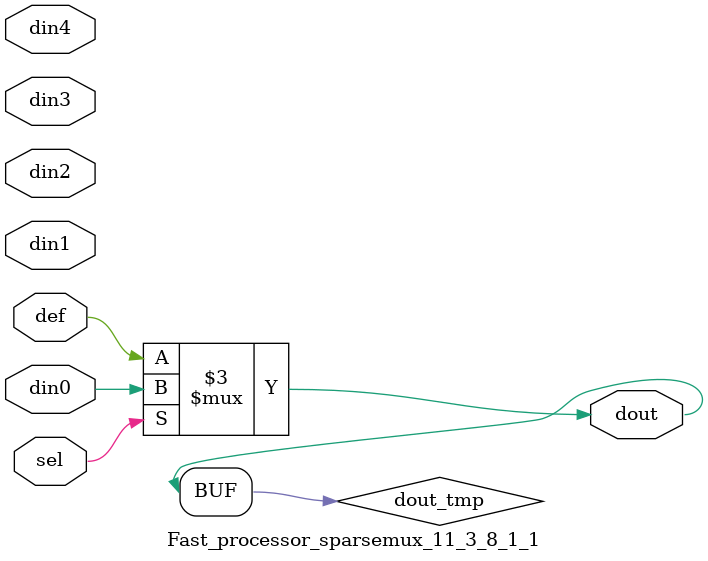
<source format=v>
`timescale 1ns / 1ps

module Fast_processor_sparsemux_11_3_8_1_1 (din0,din1,din2,din3,din4,def,sel,dout);

parameter din0_WIDTH = 1;

parameter din1_WIDTH = 1;

parameter din2_WIDTH = 1;

parameter din3_WIDTH = 1;

parameter din4_WIDTH = 1;

parameter def_WIDTH = 1;
parameter sel_WIDTH = 1;
parameter dout_WIDTH = 1;

parameter [sel_WIDTH-1:0] CASE0 = 1;

parameter [sel_WIDTH-1:0] CASE1 = 1;

parameter [sel_WIDTH-1:0] CASE2 = 1;

parameter [sel_WIDTH-1:0] CASE3 = 1;

parameter [sel_WIDTH-1:0] CASE4 = 1;

parameter ID = 1;
parameter NUM_STAGE = 1;



input [din0_WIDTH-1:0] din0;

input [din1_WIDTH-1:0] din1;

input [din2_WIDTH-1:0] din2;

input [din3_WIDTH-1:0] din3;

input [din4_WIDTH-1:0] din4;

input [def_WIDTH-1:0] def;
input [sel_WIDTH-1:0] sel;

output [dout_WIDTH-1:0] dout;



reg [dout_WIDTH-1:0] dout_tmp;

always @ (*) begin
case (sel)
    
    CASE0 : dout_tmp = din0;
    
    CASE1 : dout_tmp = din1;
    
    CASE2 : dout_tmp = din2;
    
    CASE3 : dout_tmp = din3;
    
    CASE4 : dout_tmp = din4;
    
    default : dout_tmp = def;
endcase
end


assign dout = dout_tmp;



endmodule

</source>
